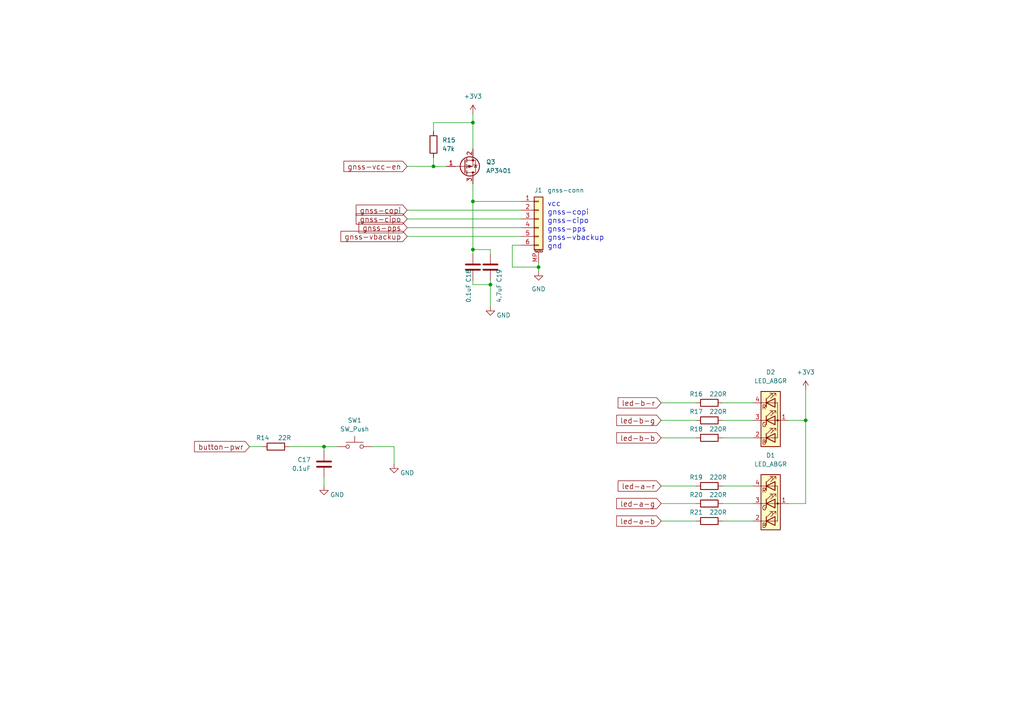
<source format=kicad_sch>
(kicad_sch (version 20210621) (generator eeschema)
  (paper "A4")
  (title_block (title "gps-logger") (date "2021-10-18") (rev "v2.3") (company "Greg Davill") (comment 4 "Simple GPS logger with low power features"))
  (lib_symbols
    (symbol "Connector_Generic_MountingPin:Conn_01x06_MountingPin" (pin_names (offset 1.016) hide)
      (property "Reference" "J" (at 0 7.62 0))
      (property "Value" "Conn_01x06_MountingPin" (at 1.27 -10.16 0))
      (symbol "Conn_01x06_MountingPin_1_1"
        (text "Mounting" (at 0 -9.271 0) (effects (font (size 0.381 0.381))))
        (rectangle (start -1.27 -7.493) (end 0 -7.747) (stroke (width 0.1524)))
        (rectangle (start -1.27 -4.953) (end 0 -5.207) (stroke (width 0.1524)))
        (rectangle (start -1.27 -2.413) (end 0 -2.667) (stroke (width 0.1524)))
        (rectangle (start -1.27 0.127) (end 0 -0.127) (stroke (width 0.1524)))
        (rectangle (start -1.27 2.667) (end 0 2.413) (stroke (width 0.1524)))
        (rectangle (start -1.27 5.207) (end 0 4.953) (stroke (width 0.1524)))
        (rectangle (start -1.27 6.35) (end 1.27 -8.89) (stroke (width 0.254)) (fill (type background)))
        (polyline (pts (xy -1.016 -9.652) (xy 1.016 -9.652)) (stroke (width 0.1524)))
        (pin passive line (at -5.08 5.08 0) (length 3.81) (name "Pin_1") (number "1"))
        (pin passive line (at -5.08 2.54 0) (length 3.81) (name "Pin_2") (number "2"))
        (pin passive line (at -5.08 0 0) (length 3.81) (name "Pin_3") (number "3"))
        (pin passive line (at -5.08 -2.54 0) (length 3.81) (name "Pin_4") (number "4"))
        (pin passive line (at -5.08 -5.08 0) (length 3.81) (name "Pin_5") (number "5"))
        (pin passive line (at -5.08 -7.62 0) (length 3.81) (name "Pin_6") (number "6"))
        (pin passive line (at 0 -12.7 90) (length 3.048) (name "MountPin") (number "MP"))
      )
    )
    (symbol "Device:C" (pin_numbers hide) (pin_names (offset 0.254))
      (property "Reference" "C" (at 0.635 2.54 0))
      (property "Value" "C" (at 0.635 -2.54 0))
      (symbol "C_0_1"
        (polyline (pts (xy -2.032 -0.762) (xy 2.032 -0.762)) (stroke (width 0.508)))
        (polyline (pts (xy -2.032 0.762) (xy 2.032 0.762)) (stroke (width 0.508)))
      )
      (symbol "C_1_1"
        (pin passive line (at 0 3.81 270) (length 2.794) (name "~") (number "1"))
        (pin passive line (at 0 -3.81 90) (length 2.794) (name "~") (number "2"))
      )
    )
    (symbol "Device:LED_ABGR" (pin_names (offset 0) hide)
      (property "Reference" "D" (at 0 9.398 0))
      (property "Value" "LED_ABGR" (at 0 -8.89 0))
      (symbol "LED_ABGR_0_0"
        (text "B" (at -1.905 -6.35 0) (effects (font (size 1.27 1.27))))
        (text "G" (at -1.905 -1.27 0) (effects (font (size 1.27 1.27))))
        (text "R" (at -1.905 3.81 0) (effects (font (size 1.27 1.27))))
      )
      (symbol "LED_ABGR_0_1"
        (circle (center 2.032 0) (radius 0.254) (fill (type outline)))
        (rectangle (start 1.27 -1.27) (end 1.27 1.27))
        (rectangle (start 1.27 1.27) (end 1.27 1.27))
        (rectangle (start 1.27 3.81) (end 1.27 6.35))
        (rectangle (start 1.27 6.35) (end 1.27 6.35))
        (rectangle (start 2.794 8.382) (end -2.794 -7.62) (stroke (width 0.254)) (fill (type background)))
        (polyline (pts (xy -1.27 -5.08) (xy -2.54 -5.08)))
        (polyline (pts (xy -1.27 -5.08) (xy 1.27 -5.08)))
        (polyline (pts (xy -1.27 -3.81) (xy -1.27 -6.35)) (stroke (width 0.254)))
        (polyline (pts (xy -1.27 0) (xy -2.54 0)))
        (polyline (pts (xy -1.27 1.27) (xy -1.27 -1.27)) (stroke (width 0.254)))
        (polyline (pts (xy -1.27 5.08) (xy -2.54 5.08)))
        (polyline (pts (xy -1.27 5.08) (xy 1.27 5.08)))
        (polyline (pts (xy -1.27 6.35) (xy -1.27 3.81)) (stroke (width 0.254)))
        (polyline (pts (xy 1.27 0) (xy -1.27 0)))
        (polyline (pts (xy 1.27 0) (xy 2.54 0)))
        (polyline (pts (xy -1.27 1.27) (xy -1.27 -1.27) (xy -1.27 -1.27)))
        (polyline (pts (xy -1.27 6.35) (xy -1.27 3.81) (xy -1.27 3.81)))
        (polyline (pts (xy 1.27 -5.08) (xy 2.032 -5.08) (xy 2.032 5.08) (xy 1.27 5.08)))
        (polyline (pts (xy 1.27 -3.81) (xy 1.27 -6.35) (xy -1.27 -5.08) (xy 1.27 -3.81)) (stroke (width 0.254)))
        (polyline (pts (xy 1.27 1.27) (xy 1.27 -1.27) (xy -1.27 0) (xy 1.27 1.27)) (stroke (width 0.254)))
        (polyline (pts (xy 1.27 6.35) (xy 1.27 3.81) (xy -1.27 5.08) (xy 1.27 6.35)) (stroke (width 0.254)))
        (polyline (pts (xy -1.016 -3.81) (xy 0.508 -2.286) (xy -0.254 -2.286) (xy 0.508 -2.286) (xy 0.508 -3.048)))
        (polyline (pts (xy -1.016 1.27) (xy 0.508 2.794) (xy -0.254 2.794) (xy 0.508 2.794) (xy 0.508 2.032)))
        (polyline (pts (xy -1.016 6.35) (xy 0.508 7.874) (xy -0.254 7.874) (xy 0.508 7.874) (xy 0.508 7.112)))
        (polyline (pts (xy 0 -3.81) (xy 1.524 -2.286) (xy 0.762 -2.286) (xy 1.524 -2.286) (xy 1.524 -3.048)))
        (polyline (pts (xy 0 1.27) (xy 1.524 2.794) (xy 0.762 2.794) (xy 1.524 2.794) (xy 1.524 2.032)))
        (polyline (pts (xy 0 6.35) (xy 1.524 7.874) (xy 0.762 7.874) (xy 1.524 7.874) (xy 1.524 7.112)))
      )
      (symbol "LED_ABGR_1_1"
        (pin passive line (at 5.08 0 180) (length 2.54) (name "A") (number "1"))
        (pin passive line (at -5.08 -5.08 0) (length 2.54) (name "BK") (number "2"))
        (pin passive line (at -5.08 0 0) (length 2.54) (name "GK") (number "3"))
        (pin passive line (at -5.08 5.08 0) (length 2.54) (name "RK") (number "4"))
      )
    )
    (symbol "Device:R" (pin_numbers hide) (pin_names (offset 0))
      (property "Reference" "R" (at 2.032 0 90))
      (property "Value" "R" (at 0 0 90))
      (symbol "R_0_1"
        (rectangle (start -1.016 -2.54) (end 1.016 2.54) (stroke (width 0.254)))
      )
      (symbol "R_1_1"
        (pin passive line (at 0 3.81 270) (length 1.27) (name "~") (number "1"))
        (pin passive line (at 0 -3.81 90) (length 1.27) (name "~") (number "2"))
      )
    )
    (symbol "Switch:SW_Push" (pin_numbers hide) (pin_names (offset 1.016) hide)
      (property "Reference" "SW" (at 1.27 2.54 0))
      (property "Value" "SW_Push" (at 0 -1.524 0))
      (symbol "SW_Push_0_1"
        (circle (center -2.032 0) (radius 0.508))
        (circle (center 2.032 0) (radius 0.508))
        (polyline (pts (xy 0 1.27) (xy 0 3.048)))
        (polyline (pts (xy 2.54 1.27) (xy -2.54 1.27)))
        (pin passive line (at -5.08 0 0) (length 2.54) (name "1") (number "1"))
        (pin passive line (at 5.08 0 180) (length 2.54) (name "2") (number "2"))
      )
    )
    (symbol "Transistor_FET:BSS83P" (pin_names hide)
      (property "Reference" "Q" (at 5.08 1.905 0))
      (property "Value" "BSS83P" (at 5.08 0 0))
      (symbol "BSS83P_0_1"
        (circle (center 1.651 0) (radius 2.794) (stroke (width 0.254)))
        (circle (center 2.54 -1.778) (radius 0.254) (fill (type outline)))
        (circle (center 2.54 1.778) (radius 0.254) (fill (type outline)))
        (polyline (pts (xy 0.254 0) (xy -2.54 0)))
        (polyline (pts (xy 0.254 1.905) (xy 0.254 -1.905)) (stroke (width 0.254)))
        (polyline (pts (xy 0.762 -1.27) (xy 0.762 -2.286)) (stroke (width 0.254)))
        (polyline (pts (xy 0.762 0.508) (xy 0.762 -0.508)) (stroke (width 0.254)))
        (polyline (pts (xy 0.762 2.286) (xy 0.762 1.27)) (stroke (width 0.254)))
        (polyline (pts (xy 2.54 2.54) (xy 2.54 1.778)))
        (polyline (pts (xy 2.54 -2.54) (xy 2.54 0) (xy 0.762 0)))
        (polyline (pts (xy 0.762 1.778) (xy 3.302 1.778) (xy 3.302 -1.778) (xy 0.762 -1.778)))
        (polyline (pts (xy 2.794 -0.508) (xy 2.921 -0.381) (xy 3.683 -0.381) (xy 3.81 -0.254)))
        (polyline (pts (xy 3.302 -0.381) (xy 2.921 0.254) (xy 3.683 0.254) (xy 3.302 -0.381)))
        (polyline (pts (xy 2.286 0) (xy 1.27 0.381) (xy 1.27 -0.381) (xy 2.286 0)) (fill (type outline)))
      )
      (symbol "BSS83P_1_1"
        (pin input line (at -5.08 0 0) (length 2.54) (name "G") (number "1"))
        (pin passive line (at 2.54 -5.08 90) (length 2.54) (name "S") (number "2"))
        (pin passive line (at 2.54 5.08 270) (length 2.54) (name "D") (number "3"))
      )
    )
    (symbol "power:+3V3" (power) (pin_names (offset 0))
      (property "Value" "+3V3" (at 0 3.556 0))
      (symbol "+3V3_0_1"
        (polyline (pts (xy -0.762 1.27) (xy 0 2.54)))
        (polyline (pts (xy 0 0) (xy 0 2.54)))
        (polyline (pts (xy 0 2.54) (xy 0.762 1.27)))
      )
      (symbol "+3V3_1_1"
        (pin power_in line (at 0 0 90) (length 0) hide (name "+3V3") (number "1"))
      )
    )
    (symbol "power:GND" (power) (pin_names (offset 0))
      (property "Value" "GND" (at 0 -3.81 0))
      (symbol "GND_0_1"
        (polyline (pts (xy 0 0) (xy 0 -1.27) (xy 1.27 -1.27) (xy 0 -2.54) (xy -1.27 -1.27) (xy 0 -1.27)))
      )
      (symbol "GND_1_1"
        (pin power_in line (at 0 0 270) (length 0) hide (name "GND") (number "1"))
      )
    )
  )
  (junction (at 93.98 129.54))
  (junction (at 125.73 48.26))
  (junction (at 137.16 35.56))
  (junction (at 137.16 58.42))
  (junction (at 137.16 72.39))
  (junction (at 142.24 82.55))
  (junction (at 156.21 77.47))
  (junction (at 233.68 121.92))
  (wire (pts (xy 72.39 129.54) (xy 76.2 129.54)))
  (wire (pts (xy 83.82 129.54) (xy 93.98 129.54)))
  (wire (pts (xy 93.98 129.54) (xy 93.98 130.81)))
  (wire (pts (xy 93.98 129.54) (xy 97.79 129.54)))
  (wire (pts (xy 93.98 138.43) (xy 93.98 140.97)))
  (wire (pts (xy 107.95 129.54) (xy 114.3 129.54)))
  (wire (pts (xy 114.3 129.54) (xy 114.3 134.62)))
  (wire (pts (xy 118.11 48.26) (xy 125.73 48.26)))
  (wire (pts (xy 118.11 60.96) (xy 151.13 60.96)))
  (wire (pts (xy 118.11 63.5) (xy 151.13 63.5)))
  (wire (pts (xy 118.11 66.04) (xy 151.13 66.04)))
  (wire (pts (xy 118.11 68.58) (xy 151.13 68.58)))
  (wire (pts (xy 125.73 35.56) (xy 137.16 35.56)))
  (wire (pts (xy 125.73 38.1) (xy 125.73 35.56)))
  (wire (pts (xy 125.73 48.26) (xy 125.73 45.72)))
  (wire (pts (xy 129.54 48.26) (xy 125.73 48.26)))
  (wire (pts (xy 137.16 33.02) (xy 137.16 35.56)))
  (wire (pts (xy 137.16 35.56) (xy 137.16 43.18)))
  (wire (pts (xy 137.16 58.42) (xy 137.16 53.34)))
  (wire (pts (xy 137.16 58.42) (xy 137.16 72.39)))
  (wire (pts (xy 137.16 72.39) (xy 137.16 73.66)))
  (wire (pts (xy 137.16 81.28) (xy 137.16 82.55)))
  (wire (pts (xy 137.16 82.55) (xy 142.24 82.55)))
  (wire (pts (xy 142.24 72.39) (xy 137.16 72.39)))
  (wire (pts (xy 142.24 73.66) (xy 142.24 72.39)))
  (wire (pts (xy 142.24 81.28) (xy 142.24 82.55)))
  (wire (pts (xy 142.24 82.55) (xy 142.24 88.9)))
  (wire (pts (xy 148.59 71.12) (xy 148.59 77.47)))
  (wire (pts (xy 148.59 71.12) (xy 151.13 71.12)))
  (wire (pts (xy 148.59 77.47) (xy 156.21 77.47)))
  (wire (pts (xy 151.13 58.42) (xy 137.16 58.42)))
  (wire (pts (xy 156.21 76.2) (xy 156.21 77.47)))
  (wire (pts (xy 156.21 77.47) (xy 156.21 78.74)))
  (wire (pts (xy 191.77 116.84) (xy 201.93 116.84)))
  (wire (pts (xy 191.77 121.92) (xy 201.93 121.92)))
  (wire (pts (xy 191.77 127) (xy 201.93 127)))
  (wire (pts (xy 191.77 140.97) (xy 201.93 140.97)))
  (wire (pts (xy 191.77 146.05) (xy 201.93 146.05)))
  (wire (pts (xy 191.77 151.13) (xy 201.93 151.13)))
  (wire (pts (xy 209.55 116.84) (xy 218.44 116.84)))
  (wire (pts (xy 209.55 121.92) (xy 218.44 121.92)))
  (wire (pts (xy 209.55 127) (xy 218.44 127)))
  (wire (pts (xy 209.55 140.97) (xy 218.44 140.97)))
  (wire (pts (xy 209.55 146.05) (xy 218.44 146.05)))
  (wire (pts (xy 209.55 151.13) (xy 218.44 151.13)))
  (wire (pts (xy 228.6 121.92) (xy 233.68 121.92)))
  (wire (pts (xy 228.6 146.05) (xy 233.68 146.05)))
  (wire (pts (xy 233.68 113.03) (xy 233.68 121.92)))
  (wire (pts (xy 233.68 121.92) (xy 233.68 146.05)))
  (text "vcc\ngnss-copi\ngnss-cipo\ngnss-pps\ngnss-vbackup\ngnd" (at 158.75 72.39 0) (effects (font (size 1.524 1.524)) (justify left bottom)))
  (global_label "button-pwr" (shape input) (at 72.39 129.54 180) (effects (font (size 1.524 1.524))) (property "Intersheet References" "${INTERSHEET_REFS}" (effects hide)))
  (global_label "gnss-vcc-en" (shape input) (at 118.11 48.26 180) (effects (font (size 1.524 1.524))) (property "Intersheet References" "${INTERSHEET_REFS}" (effects hide)))
  (global_label "gnss-copi" (shape input) (at 118.11 60.96 180) (effects (font (size 1.524 1.524))) (property "Intersheet References" "${INTERSHEET_REFS}" (effects hide)))
  (global_label "gnss-cipo" (shape input) (at 118.11 63.5 180) (effects (font (size 1.524 1.524))) (property "Intersheet References" "${INTERSHEET_REFS}" (effects hide)))
  (global_label "gnss-pps" (shape input) (at 118.11 66.04 180) (effects (font (size 1.524 1.524))) (property "Intersheet References" "${INTERSHEET_REFS}" (effects hide)))
  (global_label "gnss-vbackup" (shape input) (at 118.11 68.58 180) (effects (font (size 1.524 1.524))) (property "Intersheet References" "${INTERSHEET_REFS}" (effects hide)))
  (global_label "led-b-r" (shape input) (at 191.77 116.84 180) (effects (font (size 1.524 1.524))) (property "Intersheet References" "${INTERSHEET_REFS}" (effects hide)))
  (global_label "led-b-g" (shape input) (at 191.77 121.92 180) (effects (font (size 1.524 1.524))) (property "Intersheet References" "${INTERSHEET_REFS}" (effects hide)))
  (global_label "led-b-b" (shape input) (at 191.77 127 180) (effects (font (size 1.524 1.524))) (property "Intersheet References" "${INTERSHEET_REFS}" (effects hide)))
  (global_label "led-a-r" (shape input) (at 191.77 140.97 180) (effects (font (size 1.524 1.524))) (property "Intersheet References" "${INTERSHEET_REFS}" (effects hide)))
  (global_label "led-a-g" (shape input) (at 191.77 146.05 180) (effects (font (size 1.524 1.524))) (property "Intersheet References" "${INTERSHEET_REFS}" (effects hide)))
  (global_label "led-a-b" (shape input) (at 191.77 151.13 180) (effects (font (size 1.524 1.524))) (property "Intersheet References" "${INTERSHEET_REFS}" (effects hide)))
  (symbol (lib_id "power:+3V3") (at 137.16 33.02 0) (unit 1)
    (property "Reference" "#PWR0126" (effects hide))
    (property "Value" "+3V3" (at 137.16 27.94 0))
  )
  (symbol (lib_id "power:+3V3") (at 233.68 113.03 0) (unit 1)
    (property "Reference" "#PWR0122" (effects hide))
    (property "Value" "+3V3" (at 233.68 107.95 0))
  )
  (symbol (lib_id "power:GND") (at 93.98 140.97 0) (mirror y) (unit 1)
    (property "Reference" "#PWR0124" (effects hide))
    (property "Value" "GND" (at 97.79 143.51 0))
  )
  (symbol (lib_id "power:GND") (at 114.3 134.62 0) (mirror y) (unit 1)
    (property "Reference" "#PWR0125" (effects hide))
    (property "Value" "GND" (at 118.11 137.16 0))
  )
  (symbol (lib_id "power:GND") (at 142.24 88.9 0) (mirror y) (unit 1)
    (property "Reference" "#PWR0121" (effects hide))
    (property "Value" "GND" (at 146.05 91.44 0))
  )
  (symbol (lib_id "power:GND") (at 156.21 78.74 0) (unit 1)
    (property "Reference" "#PWR0123" (effects hide))
    (property "Value" "GND" (at 156.21 83.82 0))
  )
  (symbol (lib_id "Device:R") (at 80.01 129.54 90) (unit 1)
    (property "Reference" "R14" (at 76.2 127 90))
    (property "Value" "22R" (at 82.55 127 90))
    (property "Footprint" "Resistor_SMD:R_0402_1005Metric" (effects hide))
  )
  (symbol (lib_id "Device:R") (at 125.73 41.91 180) (unit 1)
    (property "Reference" "R15" (at 128.27 40.6399 0) (effects (justify right)))
    (property "Value" "47k" (at 128.27 43.1799 0) (effects (justify right)))
    (property "Footprint" "Resistor_SMD:R_0402_1005Metric" (effects hide))
  )
  (symbol (lib_id "Device:R") (at 205.74 116.84 90) (unit 1)
    (property "Reference" "R16" (at 201.93 114.3 90))
    (property "Value" "220R" (at 208.28 114.3 90))
    (property "Footprint" "Resistor_SMD:R_0402_1005Metric" (effects hide))
  )
  (symbol (lib_id "Device:R") (at 205.74 121.92 90) (unit 1)
    (property "Reference" "R17" (at 201.93 119.38 90))
    (property "Value" "220R" (at 208.28 119.38 90))
    (property "Footprint" "Resistor_SMD:R_0402_1005Metric" (effects hide))
  )
  (symbol (lib_id "Device:R") (at 205.74 127 90) (unit 1)
    (property "Reference" "R18" (at 201.93 124.46 90))
    (property "Value" "220R" (at 208.28 124.46 90))
    (property "Footprint" "Resistor_SMD:R_0402_1005Metric" (effects hide))
  )
  (symbol (lib_id "Device:R") (at 205.74 140.97 90) (unit 1)
    (property "Reference" "R19" (at 201.93 138.43 90))
    (property "Value" "220R" (at 208.28 138.43 90))
    (property "Footprint" "Resistor_SMD:R_0402_1005Metric" (effects hide))
  )
  (symbol (lib_id "Device:R") (at 205.74 146.05 90) (unit 1)
    (property "Reference" "R20" (at 201.93 143.51 90))
    (property "Value" "220R" (at 208.28 143.51 90))
    (property "Footprint" "Resistor_SMD:R_0402_1005Metric" (effects hide))
  )
  (symbol (lib_id "Device:R") (at 205.74 151.13 90) (unit 1)
    (property "Reference" "R21" (at 201.93 148.59 90))
    (property "Value" "220R" (at 208.28 148.59 90))
    (property "Footprint" "Resistor_SMD:R_0402_1005Metric" (effects hide))
  )
  (symbol (lib_id "Device:C") (at 93.98 134.62 0) (mirror x) (unit 1)
    (property "Reference" "C17" (at 90.17 133.3499 0) (effects (justify right)))
    (property "Value" "0.1uF" (at 90.17 135.8899 0) (effects (justify right)))
    (property "Footprint" "Capacitor_SMD:C_0402_1005Metric" (effects hide))
  )
  (symbol (lib_id "Device:C") (at 137.16 77.47 0) (mirror x) (unit 1)
    (property "Reference" "C18" (at 135.89 80.01 90))
    (property "Value" "0.1uF" (at 135.89 85.09 90))
    (property "Footprint" "Capacitor_SMD:C_0402_1005Metric" (effects hide))
  )
  (symbol (lib_id "Device:C") (at 142.24 77.47 0) (mirror y) (unit 1)
    (property "Reference" "C19" (at 144.78 80.01 90))
    (property "Value" "4.7uF" (at 144.78 85.09 90))
    (property "Footprint" "Capacitor_SMD:C_0402_1005Metric" (effects hide))
  )
  (symbol (lib_id "Switch:SW_Push") (at 102.87 129.54 0) (unit 1)
    (property "Reference" "SW1" (at 102.87 121.92 0))
    (property "Value" "SW_Push" (at 102.87 124.46 0))
    (property "Footprint" "gps-logger:EVQ_switch" (effects hide))
    (property "PN" "EVQ-9P105M" (effects hide))
    (property "MFG" "Panasonic Electronic Components" (effects hide))
  )
  (symbol (lib_id "Transistor_FET:BSS83P") (at 134.62 48.26 0) (mirror x) (unit 1)
    (property "Reference" "Q3" (at 140.97 46.9899 0) (effects (justify left)))
    (property "Value" "AP3401" (at 140.97 49.5299 0) (effects (justify left)))
    (property "Footprint" "Package_TO_SOT_SMD:SOT-23" (effects hide))
    (property "Datasheet" "https://datasheet.lcsc.com/lcsc/1912111437_ALLPOWER-ShenZhen-Quan-Li-Semiconductor-AP3401_C353078.pdf" (effects hide))
    (property "PN" "AP3401" (effects hide))
    (property "MFG" "ALLPOWER(ShenZhen Quan Li Semiconductor) " (effects hide))
  )
  (symbol (lib_id "Connector_Generic_MountingPin:Conn_01x06_MountingPin") (at 156.21 63.5 0) (unit 1)
    (property "Reference" "J1" (at 154.94 55.1814 0) (effects (justify left)))
    (property "Value" "gnss-conn" (at 158.75 55.1814 0) (effects (justify left)))
    (property "Footprint" "gps-logger:Hirose_FH34SRJ-16S-0.5SH_1x16-1MP_P0.50mm_Horizontal" (effects hide))
    (property "PN" "FH34SRJ-6S-0.5SH(50)" (effects hide))
    (property "MFG" "HRS(Hirose)" (effects hide))
  )
  (symbol (lib_id "Device:LED_ABGR") (at 223.52 121.92 0) (unit 1)
    (property "Reference" "D2" (at 223.52 107.95 0))
    (property "Value" "LED_ABGR" (at 223.52 110.49 0))
    (property "Footprint" "gps-logger:0404LED_RGB" (effects hide))
  )
  (symbol (lib_id "Device:LED_ABGR") (at 223.52 146.05 0) (unit 1)
    (property "Reference" "D1" (at 223.52 132.08 0))
    (property "Value" "LED_ABGR" (at 223.52 134.62 0))
    (property "Footprint" "gps-logger:0404LED_RGB" (effects hide))
  )
  (sheet (at 308.61 123.19) (size 35.56 20.32) (stroke (width 0.1524) (color 132 0 132 1)) (fill (color 255 255 255 0.0000))
    (property "Sheet name" "MSP430" (at 308.61 122.4784 0) (effects (justify left bottom)))
    (property "Sheet file" "msp430.kicad_sch" (at 308.61 144.0946 0) (effects (justify left top)))
  )
  (sheet (at 308.61 97.79) (size 35.56 19.05) (stroke (width 0.1524) (color 132 0 132 1)) (fill (color 255 255 255 0.0000))
    (property "Sheet name" "pmic" (at 308.61 97.0784 0) (effects (justify left bottom)))
    (property "Sheet file" "pmic.kicad_sch" (at 308.61 117.4246 0) (effects (justify left top)))
  )
  (sheet (at 308.61 149.86) (size 35.56 20.32) (stroke (width 0.1524) (color 132 0 132 1)) (fill (color 255 255 255 0.0000))
    (property "Sheet name" "sdmmc" (at 308.61 149.1484 0) (effects (justify left bottom)))
    (property "Sheet file" "sdmmc.kicad_sch" (at 308.61 170.7646 0) (effects (justify left top)))
  )
)
</source>
